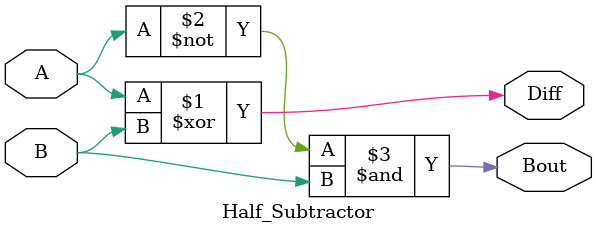
<source format=v>
`timescale 1ns / 1ps

module Half_Subtractor(
    input A,
    input B,
    output Diff,
    output Bout
    );
    
    assign Diff = A ^ B;
    assign Bout = ~A & B;
endmodule
</source>
